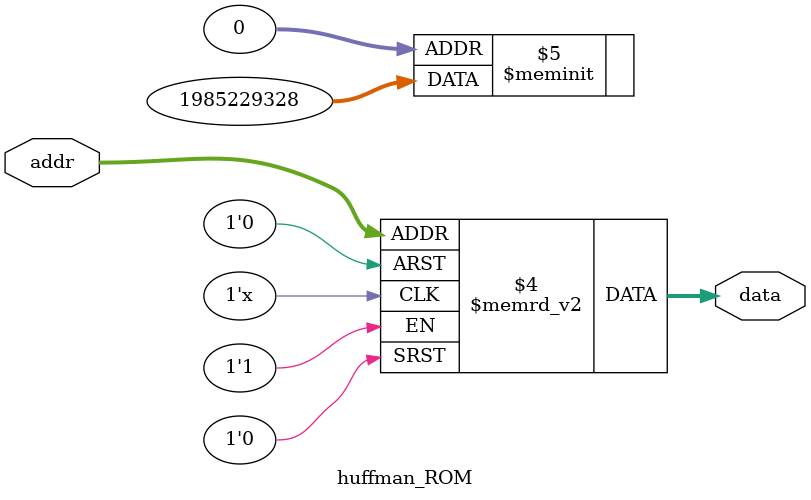
<source format=v>
module huffman_ROM (
    input [2:0] addr,  // 3-bit address (8 addresses)
    output reg [3:0] data  // 4-bit data output
);

    // ROM memory initialization with 8 values (0 to 7)
    // The values stored will increment from 0 to 7 (which corresponds to 4-bit values)
    always @(*) begin
        case (addr)
            3'b000: data = 4'b0000; // Address 0 -> Value 0
            3'b001: data = 4'b0001; // Address 1 -> Value 1
            3'b010: data = 4'b0010; // Address 2 -> Value 2
            3'b011: data = 4'b0011; // Address 3 -> Value 3
            3'b100: data = 4'b0100; // Address 4 -> Value 4
            3'b101: data = 4'b0101; // Address 5 -> Value 5
            3'b110: data = 4'b0110; // Address 6 -> Value 6
            3'b111: data = 4'b0111; // Address 7 -> Value 7
            default: data = 4'b0000; // Default case
        endcase
    end
endmodule

</source>
